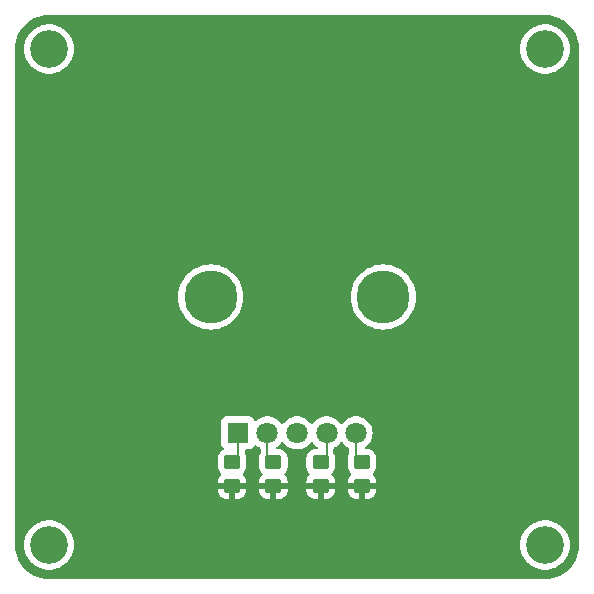
<source format=gbr>
%TF.GenerationSoftware,KiCad,Pcbnew,7.0.7*%
%TF.CreationDate,2024-01-26T16:40:15-05:00*%
%TF.ProjectId,midi-controller_encoder,6d696469-2d63-46f6-9e74-726f6c6c6572,rev?*%
%TF.SameCoordinates,Original*%
%TF.FileFunction,Copper,L1,Top*%
%TF.FilePolarity,Positive*%
%FSLAX46Y46*%
G04 Gerber Fmt 4.6, Leading zero omitted, Abs format (unit mm)*
G04 Created by KiCad (PCBNEW 7.0.7) date 2024-01-26 16:40:15*
%MOMM*%
%LPD*%
G01*
G04 APERTURE LIST*
G04 Aperture macros list*
%AMRoundRect*
0 Rectangle with rounded corners*
0 $1 Rounding radius*
0 $2 $3 $4 $5 $6 $7 $8 $9 X,Y pos of 4 corners*
0 Add a 4 corners polygon primitive as box body*
4,1,4,$2,$3,$4,$5,$6,$7,$8,$9,$2,$3,0*
0 Add four circle primitives for the rounded corners*
1,1,$1+$1,$2,$3*
1,1,$1+$1,$4,$5*
1,1,$1+$1,$6,$7*
1,1,$1+$1,$8,$9*
0 Add four rect primitives between the rounded corners*
20,1,$1+$1,$2,$3,$4,$5,0*
20,1,$1+$1,$4,$5,$6,$7,0*
20,1,$1+$1,$6,$7,$8,$9,0*
20,1,$1+$1,$8,$9,$2,$3,0*%
G04 Aperture macros list end*
%TA.AperFunction,ComponentPad*%
%ADD10C,3.200000*%
%TD*%
%TA.AperFunction,ComponentPad*%
%ADD11R,1.800000X1.800000*%
%TD*%
%TA.AperFunction,ComponentPad*%
%ADD12C,1.800000*%
%TD*%
%TA.AperFunction,ComponentPad*%
%ADD13C,4.500000*%
%TD*%
%TA.AperFunction,SMDPad,CuDef*%
%ADD14RoundRect,0.250000X0.450000X-0.350000X0.450000X0.350000X-0.450000X0.350000X-0.450000X-0.350000X0*%
%TD*%
%TA.AperFunction,ViaPad*%
%ADD15C,0.508000*%
%TD*%
%TA.AperFunction,Conductor*%
%ADD16C,0.152400*%
%TD*%
G04 APERTURE END LIST*
D10*
%TO.P,H4,MP,MP*%
%TO.N,unconnected-(H4-PadMP)*%
X162000000Y-114100000D03*
%TD*%
D11*
%TO.P,SW1,1,P1*%
%TO.N,/ENC_0*%
X136000000Y-104600000D03*
D12*
%TO.P,SW1,2,P2*%
%TO.N,/ENC_1*%
X138500000Y-104600000D03*
%TO.P,SW1,3,GND*%
%TO.N,GND*%
X141000000Y-104600000D03*
%TO.P,SW1,4,P3*%
%TO.N,/ENC_2*%
X143500000Y-104600000D03*
%TO.P,SW1,5,P4*%
%TO.N,/ENC_3*%
X146000000Y-104600000D03*
D13*
%TO.P,SW1,MP,MP*%
%TO.N,GND*%
X133700000Y-93100000D03*
X148300000Y-93100000D03*
%TD*%
D14*
%TO.P,R2,1*%
%TO.N,+3.3V*%
X139000000Y-109100000D03*
%TO.P,R2,2*%
%TO.N,/ENC_1*%
X139000000Y-107100000D03*
%TD*%
%TO.P,R4,1*%
%TO.N,+3.3V*%
X146500000Y-109100000D03*
%TO.P,R4,2*%
%TO.N,/ENC_3*%
X146500000Y-107100000D03*
%TD*%
%TO.P,R1,1*%
%TO.N,+3.3V*%
X135500000Y-109100000D03*
%TO.P,R1,2*%
%TO.N,/ENC_0*%
X135500000Y-107100000D03*
%TD*%
D10*
%TO.P,H2,MP,MP*%
%TO.N,unconnected-(H2-PadMP)*%
X162000000Y-72100000D03*
%TD*%
D14*
%TO.P,R3,1*%
%TO.N,+3.3V*%
X143000000Y-109100000D03*
%TO.P,R3,2*%
%TO.N,/ENC_2*%
X143000000Y-107100000D03*
%TD*%
D10*
%TO.P,H3,MP,MP*%
%TO.N,unconnected-(H3-PadMP)*%
X120000000Y-114100000D03*
%TD*%
%TO.P,H1,MP,MP*%
%TO.N,unconnected-(H1-PadMP)*%
X120000000Y-72100000D03*
%TD*%
D15*
%TO.N,+3.3V*%
X142143000Y-77148000D03*
%TD*%
D16*
%TO.N,/ENC_0*%
X135500000Y-107100000D02*
X136000000Y-106600000D01*
X136000000Y-106600000D02*
X136000000Y-104600000D01*
%TO.N,/ENC_1*%
X138500000Y-106600000D02*
X138500000Y-104600000D01*
X139000000Y-107100000D02*
X138500000Y-106600000D01*
%TO.N,/ENC_2*%
X143000000Y-107100000D02*
X143500000Y-106600000D01*
X143500000Y-106600000D02*
X143500000Y-104600000D01*
%TO.N,/ENC_3*%
X146500000Y-107100000D02*
X146000000Y-106600000D01*
X146000000Y-106600000D02*
X146000000Y-104600000D01*
%TD*%
%TA.AperFunction,Conductor*%
%TO.N,+3.3V*%
G36*
X162001735Y-69227598D02*
G01*
X162159773Y-69236472D01*
X162318147Y-69245367D01*
X162325041Y-69246143D01*
X162635758Y-69298936D01*
X162642533Y-69300483D01*
X162945386Y-69387732D01*
X162951946Y-69390029D01*
X163080376Y-69443226D01*
X163243122Y-69510637D01*
X163249370Y-69513647D01*
X163445994Y-69622317D01*
X163525211Y-69666099D01*
X163531103Y-69669801D01*
X163788131Y-69852172D01*
X163793571Y-69856510D01*
X164028565Y-70066514D01*
X164033485Y-70071434D01*
X164243489Y-70306428D01*
X164247827Y-70311868D01*
X164430198Y-70568896D01*
X164433900Y-70574788D01*
X164586348Y-70850620D01*
X164589367Y-70856889D01*
X164709970Y-71148053D01*
X164712269Y-71154620D01*
X164799515Y-71457461D01*
X164801063Y-71464244D01*
X164853854Y-71774946D01*
X164854633Y-71781860D01*
X164872402Y-72098264D01*
X164872500Y-72101741D01*
X164872500Y-114098258D01*
X164872402Y-114101735D01*
X164854633Y-114418139D01*
X164853854Y-114425053D01*
X164801063Y-114735755D01*
X164799515Y-114742538D01*
X164712269Y-115045379D01*
X164709970Y-115051946D01*
X164589367Y-115343110D01*
X164586348Y-115349379D01*
X164433900Y-115625211D01*
X164430198Y-115631103D01*
X164247827Y-115888131D01*
X164243489Y-115893571D01*
X164033485Y-116128565D01*
X164028565Y-116133485D01*
X163793571Y-116343489D01*
X163788131Y-116347827D01*
X163531103Y-116530198D01*
X163525211Y-116533900D01*
X163249379Y-116686348D01*
X163243110Y-116689367D01*
X162951946Y-116809970D01*
X162945379Y-116812269D01*
X162642538Y-116899515D01*
X162635755Y-116901063D01*
X162325053Y-116953854D01*
X162318139Y-116954633D01*
X162001735Y-116972402D01*
X161998258Y-116972500D01*
X120001742Y-116972500D01*
X119998265Y-116972402D01*
X119681860Y-116954633D01*
X119674946Y-116953854D01*
X119364244Y-116901063D01*
X119357461Y-116899515D01*
X119054620Y-116812269D01*
X119048053Y-116809970D01*
X118802502Y-116708260D01*
X118756885Y-116689365D01*
X118750620Y-116686348D01*
X118474788Y-116533900D01*
X118468896Y-116530198D01*
X118211868Y-116347827D01*
X118206428Y-116343489D01*
X117971434Y-116133485D01*
X117966514Y-116128565D01*
X117756510Y-115893571D01*
X117752172Y-115888131D01*
X117569801Y-115631103D01*
X117566099Y-115625211D01*
X117508948Y-115521804D01*
X117413647Y-115349370D01*
X117410637Y-115343122D01*
X117343226Y-115180376D01*
X117290029Y-115051946D01*
X117287730Y-115045379D01*
X117257023Y-114938793D01*
X117200483Y-114742533D01*
X117198936Y-114735755D01*
X117187430Y-114668034D01*
X117146143Y-114425041D01*
X117145367Y-114418147D01*
X117136472Y-114259773D01*
X117127598Y-114101735D01*
X117127549Y-114099999D01*
X117894592Y-114099999D01*
X117914201Y-114386680D01*
X117972666Y-114668034D01*
X117972667Y-114668037D01*
X118068894Y-114938793D01*
X118068893Y-114938793D01*
X118201098Y-115193935D01*
X118366812Y-115428700D01*
X118451923Y-115519831D01*
X118562947Y-115638708D01*
X118785853Y-115820055D01*
X118906744Y-115893571D01*
X119031382Y-115969365D01*
X119218237Y-116050526D01*
X119294942Y-116083844D01*
X119571642Y-116161371D01*
X119821920Y-116195771D01*
X119856321Y-116200500D01*
X119856322Y-116200500D01*
X120143679Y-116200500D01*
X120174370Y-116196281D01*
X120428358Y-116161371D01*
X120705058Y-116083844D01*
X120818015Y-116034779D01*
X120968617Y-115969365D01*
X120968620Y-115969363D01*
X120968625Y-115969361D01*
X121214147Y-115820055D01*
X121437053Y-115638708D01*
X121633189Y-115428698D01*
X121798901Y-115193936D01*
X121931104Y-114938797D01*
X122027334Y-114668032D01*
X122085798Y-114386686D01*
X122105408Y-114100000D01*
X159894592Y-114100000D01*
X159914201Y-114386680D01*
X159972666Y-114668034D01*
X159972667Y-114668037D01*
X160068894Y-114938793D01*
X160068893Y-114938793D01*
X160201098Y-115193935D01*
X160366812Y-115428700D01*
X160451923Y-115519831D01*
X160562947Y-115638708D01*
X160785853Y-115820055D01*
X160906744Y-115893571D01*
X161031382Y-115969365D01*
X161218237Y-116050526D01*
X161294942Y-116083844D01*
X161571642Y-116161371D01*
X161821920Y-116195771D01*
X161856321Y-116200500D01*
X161856322Y-116200500D01*
X162143679Y-116200500D01*
X162174370Y-116196281D01*
X162428358Y-116161371D01*
X162705058Y-116083844D01*
X162818015Y-116034779D01*
X162968617Y-115969365D01*
X162968620Y-115969363D01*
X162968625Y-115969361D01*
X163214147Y-115820055D01*
X163437053Y-115638708D01*
X163633189Y-115428698D01*
X163798901Y-115193936D01*
X163931104Y-114938797D01*
X164027334Y-114668032D01*
X164085798Y-114386686D01*
X164105408Y-114100000D01*
X164085798Y-113813314D01*
X164027334Y-113531968D01*
X163931105Y-113261206D01*
X163931106Y-113261206D01*
X163798901Y-113006064D01*
X163633187Y-112771299D01*
X163554554Y-112687104D01*
X163437053Y-112561292D01*
X163214147Y-112379945D01*
X163214146Y-112379944D01*
X162968617Y-112230634D01*
X162705063Y-112116158D01*
X162705061Y-112116157D01*
X162705058Y-112116156D01*
X162575578Y-112079877D01*
X162428364Y-112038630D01*
X162428359Y-112038629D01*
X162428358Y-112038629D01*
X162286017Y-112019064D01*
X162143679Y-111999500D01*
X162143678Y-111999500D01*
X161856322Y-111999500D01*
X161856321Y-111999500D01*
X161571642Y-112038629D01*
X161571635Y-112038630D01*
X161363861Y-112096845D01*
X161294942Y-112116156D01*
X161294939Y-112116156D01*
X161294936Y-112116158D01*
X161294935Y-112116158D01*
X161031382Y-112230634D01*
X160785853Y-112379944D01*
X160562950Y-112561289D01*
X160366812Y-112771299D01*
X160201098Y-113006064D01*
X160068894Y-113261206D01*
X159972667Y-113531962D01*
X159972666Y-113531965D01*
X159914201Y-113813319D01*
X159894592Y-114100000D01*
X122105408Y-114100000D01*
X122085798Y-113813314D01*
X122027334Y-113531968D01*
X121931105Y-113261206D01*
X121931106Y-113261206D01*
X121798901Y-113006064D01*
X121633187Y-112771299D01*
X121554554Y-112687105D01*
X121437053Y-112561292D01*
X121214147Y-112379945D01*
X121214146Y-112379944D01*
X120968617Y-112230634D01*
X120705063Y-112116158D01*
X120705061Y-112116157D01*
X120705058Y-112116156D01*
X120575578Y-112079877D01*
X120428364Y-112038630D01*
X120428359Y-112038629D01*
X120428358Y-112038629D01*
X120286017Y-112019064D01*
X120143679Y-111999500D01*
X120143678Y-111999500D01*
X119856322Y-111999500D01*
X119856321Y-111999500D01*
X119571642Y-112038629D01*
X119571635Y-112038630D01*
X119363861Y-112096845D01*
X119294942Y-112116156D01*
X119294939Y-112116156D01*
X119294936Y-112116158D01*
X119294935Y-112116158D01*
X119031382Y-112230634D01*
X118785853Y-112379944D01*
X118562950Y-112561289D01*
X118366812Y-112771299D01*
X118201098Y-113006064D01*
X118068894Y-113261206D01*
X117972667Y-113531962D01*
X117972666Y-113531965D01*
X117914201Y-113813319D01*
X117894592Y-114099999D01*
X117127549Y-114099999D01*
X117127500Y-114098258D01*
X117127500Y-109350000D01*
X134300001Y-109350000D01*
X134300001Y-109499986D01*
X134310494Y-109602697D01*
X134365641Y-109769119D01*
X134365643Y-109769124D01*
X134457684Y-109918345D01*
X134581654Y-110042315D01*
X134730875Y-110134356D01*
X134730880Y-110134358D01*
X134897302Y-110189505D01*
X134897309Y-110189506D01*
X135000019Y-110199999D01*
X135249999Y-110199999D01*
X135250000Y-110199998D01*
X135250000Y-109350000D01*
X135750000Y-109350000D01*
X135750000Y-110199999D01*
X135999972Y-110199999D01*
X135999986Y-110199998D01*
X136102697Y-110189505D01*
X136269119Y-110134358D01*
X136269124Y-110134356D01*
X136418345Y-110042315D01*
X136542315Y-109918345D01*
X136634356Y-109769124D01*
X136634358Y-109769119D01*
X136689505Y-109602697D01*
X136689506Y-109602690D01*
X136699999Y-109499986D01*
X136700000Y-109499973D01*
X136700000Y-109350000D01*
X137800001Y-109350000D01*
X137800001Y-109499986D01*
X137810494Y-109602697D01*
X137865641Y-109769119D01*
X137865643Y-109769124D01*
X137957684Y-109918345D01*
X138081654Y-110042315D01*
X138230875Y-110134356D01*
X138230880Y-110134358D01*
X138397302Y-110189505D01*
X138397309Y-110189506D01*
X138500019Y-110199999D01*
X138749999Y-110199999D01*
X138750000Y-110199998D01*
X138750000Y-109350000D01*
X139250000Y-109350000D01*
X139250000Y-110199999D01*
X139499972Y-110199999D01*
X139499986Y-110199998D01*
X139602697Y-110189505D01*
X139769119Y-110134358D01*
X139769124Y-110134356D01*
X139918345Y-110042315D01*
X140042315Y-109918345D01*
X140134356Y-109769124D01*
X140134358Y-109769119D01*
X140189505Y-109602697D01*
X140189506Y-109602690D01*
X140199999Y-109499986D01*
X140200000Y-109499973D01*
X140200000Y-109350000D01*
X141800001Y-109350000D01*
X141800001Y-109499986D01*
X141810494Y-109602697D01*
X141865641Y-109769119D01*
X141865643Y-109769124D01*
X141957684Y-109918345D01*
X142081654Y-110042315D01*
X142230875Y-110134356D01*
X142230880Y-110134358D01*
X142397302Y-110189505D01*
X142397309Y-110189506D01*
X142500019Y-110199999D01*
X142749999Y-110199999D01*
X142750000Y-110199998D01*
X142750000Y-109350000D01*
X143250000Y-109350000D01*
X143250000Y-110199999D01*
X143499972Y-110199999D01*
X143499986Y-110199998D01*
X143602697Y-110189505D01*
X143769119Y-110134358D01*
X143769124Y-110134356D01*
X143918345Y-110042315D01*
X144042315Y-109918345D01*
X144134356Y-109769124D01*
X144134358Y-109769119D01*
X144189505Y-109602697D01*
X144189506Y-109602690D01*
X144199999Y-109499986D01*
X144200000Y-109499973D01*
X144200000Y-109350000D01*
X145300001Y-109350000D01*
X145300001Y-109499986D01*
X145310494Y-109602697D01*
X145365641Y-109769119D01*
X145365643Y-109769124D01*
X145457684Y-109918345D01*
X145581654Y-110042315D01*
X145730875Y-110134356D01*
X145730880Y-110134358D01*
X145897302Y-110189505D01*
X145897309Y-110189506D01*
X146000019Y-110199999D01*
X146249999Y-110199999D01*
X146250000Y-110199998D01*
X146250000Y-109350000D01*
X146750000Y-109350000D01*
X146750000Y-110199999D01*
X146999972Y-110199999D01*
X146999986Y-110199998D01*
X147102697Y-110189505D01*
X147269119Y-110134358D01*
X147269124Y-110134356D01*
X147418345Y-110042315D01*
X147542315Y-109918345D01*
X147634356Y-109769124D01*
X147634358Y-109769119D01*
X147689505Y-109602697D01*
X147689506Y-109602690D01*
X147699999Y-109499986D01*
X147700000Y-109499973D01*
X147700000Y-109350000D01*
X146750000Y-109350000D01*
X146250000Y-109350000D01*
X145300001Y-109350000D01*
X144200000Y-109350000D01*
X143250000Y-109350000D01*
X142750000Y-109350000D01*
X141800001Y-109350000D01*
X140200000Y-109350000D01*
X139250000Y-109350000D01*
X138750000Y-109350000D01*
X137800001Y-109350000D01*
X136700000Y-109350000D01*
X135750000Y-109350000D01*
X135250000Y-109350000D01*
X134300001Y-109350000D01*
X117127500Y-109350000D01*
X117127500Y-107500001D01*
X134299500Y-107500001D01*
X134299501Y-107500019D01*
X134310000Y-107602796D01*
X134310001Y-107602799D01*
X134365185Y-107769331D01*
X134365187Y-107769336D01*
X134457289Y-107918657D01*
X134551304Y-108012672D01*
X134584789Y-108073995D01*
X134579805Y-108143687D01*
X134551305Y-108188034D01*
X134457682Y-108281657D01*
X134365643Y-108430875D01*
X134365641Y-108430880D01*
X134310494Y-108597302D01*
X134310493Y-108597309D01*
X134300000Y-108700013D01*
X134300000Y-108850000D01*
X136699999Y-108850000D01*
X136699999Y-108700028D01*
X136699998Y-108700013D01*
X136689505Y-108597302D01*
X136634358Y-108430880D01*
X136634356Y-108430875D01*
X136542315Y-108281654D01*
X136448695Y-108188034D01*
X136415210Y-108126711D01*
X136420194Y-108057019D01*
X136448691Y-108012676D01*
X136542712Y-107918656D01*
X136634814Y-107769334D01*
X136689999Y-107602797D01*
X136700500Y-107500009D01*
X136700499Y-106699992D01*
X136689999Y-106597203D01*
X136634814Y-106430666D01*
X136595161Y-106366377D01*
X136576700Y-106301281D01*
X136576700Y-106124499D01*
X136596385Y-106057460D01*
X136649189Y-106011705D01*
X136700700Y-106000499D01*
X136947871Y-106000499D01*
X136947872Y-106000499D01*
X137007483Y-105994091D01*
X137142331Y-105943796D01*
X137257546Y-105857546D01*
X137343796Y-105742331D01*
X137362092Y-105693274D01*
X137403961Y-105637342D01*
X137469425Y-105612924D01*
X137537699Y-105627775D01*
X137554436Y-105638755D01*
X137731365Y-105776464D01*
X137731372Y-105776468D01*
X137731374Y-105776470D01*
X137838340Y-105834357D01*
X137858317Y-105845168D01*
X137907908Y-105894387D01*
X137923300Y-105954223D01*
X137923300Y-106301281D01*
X137904839Y-106366377D01*
X137865189Y-106430659D01*
X137865185Y-106430666D01*
X137865186Y-106430666D01*
X137810001Y-106597203D01*
X137810001Y-106597204D01*
X137810000Y-106597204D01*
X137799500Y-106699983D01*
X137799500Y-107500001D01*
X137799501Y-107500019D01*
X137810000Y-107602796D01*
X137810001Y-107602799D01*
X137865185Y-107769331D01*
X137865187Y-107769336D01*
X137957289Y-107918657D01*
X138051304Y-108012672D01*
X138084789Y-108073995D01*
X138079805Y-108143687D01*
X138051305Y-108188034D01*
X137957682Y-108281657D01*
X137865643Y-108430875D01*
X137865641Y-108430880D01*
X137810494Y-108597302D01*
X137810493Y-108597309D01*
X137800000Y-108700013D01*
X137800000Y-108850000D01*
X140199999Y-108850000D01*
X140199999Y-108700028D01*
X140199998Y-108700013D01*
X140189505Y-108597302D01*
X140134358Y-108430880D01*
X140134356Y-108430875D01*
X140042315Y-108281654D01*
X139948695Y-108188034D01*
X139915210Y-108126711D01*
X139920194Y-108057019D01*
X139948691Y-108012676D01*
X140042712Y-107918656D01*
X140134814Y-107769334D01*
X140189999Y-107602797D01*
X140200500Y-107500009D01*
X140200499Y-106699992D01*
X140189999Y-106597203D01*
X140134814Y-106430666D01*
X140042712Y-106281344D01*
X139918656Y-106157288D01*
X139769334Y-106065186D01*
X139602797Y-106010001D01*
X139602795Y-106010000D01*
X139500016Y-105999500D01*
X139500009Y-105999500D01*
X139343277Y-105999500D01*
X139276238Y-105979815D01*
X139230483Y-105927011D01*
X139220539Y-105857853D01*
X139249564Y-105794297D01*
X139267115Y-105777646D01*
X139268626Y-105776470D01*
X139451784Y-105633913D01*
X139608979Y-105463153D01*
X139646191Y-105406194D01*
X139699335Y-105360839D01*
X139768566Y-105351415D01*
X139831902Y-105380916D01*
X139853807Y-105406195D01*
X139891015Y-105463145D01*
X139891017Y-105463147D01*
X139891021Y-105463153D01*
X140048216Y-105633913D01*
X140048219Y-105633915D01*
X140048222Y-105633918D01*
X140231365Y-105776464D01*
X140231371Y-105776468D01*
X140231374Y-105776470D01*
X140435497Y-105886936D01*
X140549487Y-105926068D01*
X140655015Y-105962297D01*
X140655017Y-105962297D01*
X140655019Y-105962298D01*
X140883951Y-106000500D01*
X140883952Y-106000500D01*
X141116048Y-106000500D01*
X141116049Y-106000500D01*
X141344981Y-105962298D01*
X141564503Y-105886936D01*
X141768626Y-105776470D01*
X141951784Y-105633913D01*
X142108979Y-105463153D01*
X142146190Y-105406196D01*
X142199337Y-105360839D01*
X142268569Y-105351415D01*
X142331904Y-105380917D01*
X142353809Y-105406196D01*
X142391016Y-105463147D01*
X142391019Y-105463151D01*
X142391021Y-105463153D01*
X142548216Y-105633913D01*
X142731374Y-105776470D01*
X142732885Y-105777646D01*
X142773698Y-105834357D01*
X142777373Y-105904130D01*
X142742741Y-105964813D01*
X142680800Y-105997140D01*
X142656724Y-105999500D01*
X142499999Y-105999500D01*
X142499980Y-105999501D01*
X142397203Y-106010000D01*
X142397200Y-106010001D01*
X142230668Y-106065185D01*
X142230663Y-106065187D01*
X142081342Y-106157289D01*
X141957289Y-106281342D01*
X141865187Y-106430663D01*
X141865185Y-106430666D01*
X141865186Y-106430666D01*
X141810001Y-106597203D01*
X141810001Y-106597204D01*
X141810000Y-106597204D01*
X141799500Y-106699983D01*
X141799500Y-107500001D01*
X141799501Y-107500019D01*
X141810000Y-107602796D01*
X141810001Y-107602799D01*
X141865185Y-107769331D01*
X141865187Y-107769336D01*
X141957289Y-107918657D01*
X142051304Y-108012672D01*
X142084789Y-108073995D01*
X142079805Y-108143687D01*
X142051305Y-108188034D01*
X141957682Y-108281657D01*
X141865643Y-108430875D01*
X141865641Y-108430880D01*
X141810494Y-108597302D01*
X141810493Y-108597309D01*
X141800000Y-108700013D01*
X141800000Y-108850000D01*
X144199999Y-108850000D01*
X144199999Y-108700028D01*
X144199998Y-108700013D01*
X144189505Y-108597302D01*
X144134358Y-108430880D01*
X144134356Y-108430875D01*
X144042315Y-108281654D01*
X143948695Y-108188034D01*
X143915210Y-108126711D01*
X143920194Y-108057019D01*
X143948691Y-108012676D01*
X144042712Y-107918656D01*
X144134814Y-107769334D01*
X144189999Y-107602797D01*
X144200500Y-107500009D01*
X144200499Y-106699992D01*
X144189999Y-106597203D01*
X144134814Y-106430666D01*
X144095161Y-106366377D01*
X144076700Y-106301281D01*
X144076700Y-105954223D01*
X144096385Y-105887184D01*
X144141683Y-105845168D01*
X144161660Y-105834357D01*
X144268626Y-105776470D01*
X144451784Y-105633913D01*
X144608979Y-105463153D01*
X144646190Y-105406196D01*
X144699337Y-105360839D01*
X144768569Y-105351415D01*
X144831904Y-105380917D01*
X144853809Y-105406196D01*
X144891016Y-105463147D01*
X144891019Y-105463151D01*
X144891021Y-105463153D01*
X145048216Y-105633913D01*
X145048219Y-105633915D01*
X145048222Y-105633918D01*
X145231365Y-105776464D01*
X145231372Y-105776468D01*
X145231374Y-105776470D01*
X145338340Y-105834357D01*
X145358317Y-105845168D01*
X145407908Y-105894387D01*
X145423300Y-105954223D01*
X145423300Y-106301281D01*
X145404839Y-106366377D01*
X145365189Y-106430659D01*
X145365185Y-106430666D01*
X145365186Y-106430666D01*
X145310001Y-106597203D01*
X145310001Y-106597204D01*
X145310000Y-106597204D01*
X145299500Y-106699983D01*
X145299500Y-107500001D01*
X145299501Y-107500019D01*
X145310000Y-107602796D01*
X145310001Y-107602799D01*
X145365185Y-107769331D01*
X145365187Y-107769336D01*
X145457289Y-107918657D01*
X145551304Y-108012672D01*
X145584789Y-108073995D01*
X145579805Y-108143687D01*
X145551305Y-108188034D01*
X145457682Y-108281657D01*
X145365643Y-108430875D01*
X145365641Y-108430880D01*
X145310494Y-108597302D01*
X145310493Y-108597309D01*
X145300000Y-108700013D01*
X145300000Y-108850000D01*
X147699999Y-108850000D01*
X147699999Y-108700028D01*
X147699998Y-108700013D01*
X147689505Y-108597302D01*
X147634358Y-108430880D01*
X147634356Y-108430875D01*
X147542315Y-108281654D01*
X147448695Y-108188034D01*
X147415210Y-108126711D01*
X147420194Y-108057019D01*
X147448691Y-108012676D01*
X147542712Y-107918656D01*
X147634814Y-107769334D01*
X147689999Y-107602797D01*
X147700500Y-107500009D01*
X147700499Y-106699992D01*
X147689999Y-106597203D01*
X147634814Y-106430666D01*
X147542712Y-106281344D01*
X147418656Y-106157288D01*
X147269334Y-106065186D01*
X147102797Y-106010001D01*
X147102795Y-106010000D01*
X147000016Y-105999500D01*
X147000009Y-105999500D01*
X146843277Y-105999500D01*
X146776238Y-105979815D01*
X146730483Y-105927011D01*
X146720539Y-105857853D01*
X146749564Y-105794297D01*
X146767115Y-105777646D01*
X146768626Y-105776470D01*
X146951784Y-105633913D01*
X147108979Y-105463153D01*
X147235924Y-105268849D01*
X147329157Y-105056300D01*
X147386134Y-104831305D01*
X147405300Y-104600000D01*
X147405300Y-104599993D01*
X147386135Y-104368702D01*
X147386133Y-104368691D01*
X147329157Y-104143699D01*
X147235924Y-103931151D01*
X147108983Y-103736852D01*
X147108980Y-103736849D01*
X147108979Y-103736847D01*
X146951784Y-103566087D01*
X146951779Y-103566083D01*
X146951777Y-103566081D01*
X146768634Y-103423535D01*
X146768628Y-103423531D01*
X146564504Y-103313064D01*
X146564495Y-103313061D01*
X146344984Y-103237702D01*
X146154450Y-103205908D01*
X146116049Y-103199500D01*
X145883951Y-103199500D01*
X145845550Y-103205908D01*
X145655015Y-103237702D01*
X145435504Y-103313061D01*
X145435495Y-103313064D01*
X145231371Y-103423531D01*
X145231365Y-103423535D01*
X145048222Y-103566081D01*
X145048219Y-103566084D01*
X145048216Y-103566086D01*
X145048216Y-103566087D01*
X144900500Y-103726551D01*
X144891015Y-103736854D01*
X144853808Y-103793804D01*
X144800662Y-103839161D01*
X144731430Y-103848584D01*
X144668095Y-103819082D01*
X144646192Y-103793804D01*
X144608984Y-103736854D01*
X144608982Y-103736852D01*
X144608979Y-103736847D01*
X144451784Y-103566087D01*
X144451779Y-103566083D01*
X144451777Y-103566081D01*
X144268634Y-103423535D01*
X144268628Y-103423531D01*
X144064504Y-103313064D01*
X144064495Y-103313061D01*
X143844984Y-103237702D01*
X143654450Y-103205908D01*
X143616049Y-103199500D01*
X143383951Y-103199500D01*
X143345550Y-103205908D01*
X143155015Y-103237702D01*
X142935504Y-103313061D01*
X142935495Y-103313064D01*
X142731371Y-103423531D01*
X142731365Y-103423535D01*
X142548222Y-103566081D01*
X142548219Y-103566084D01*
X142548216Y-103566086D01*
X142548216Y-103566087D01*
X142400500Y-103726551D01*
X142391015Y-103736854D01*
X142353808Y-103793804D01*
X142300662Y-103839161D01*
X142231430Y-103848584D01*
X142168095Y-103819082D01*
X142146192Y-103793804D01*
X142108984Y-103736854D01*
X142108982Y-103736852D01*
X142108979Y-103736847D01*
X141951784Y-103566087D01*
X141951779Y-103566083D01*
X141951777Y-103566081D01*
X141768634Y-103423535D01*
X141768628Y-103423531D01*
X141564504Y-103313064D01*
X141564495Y-103313061D01*
X141344984Y-103237702D01*
X141154450Y-103205908D01*
X141116049Y-103199500D01*
X140883951Y-103199500D01*
X140845550Y-103205908D01*
X140655015Y-103237702D01*
X140435504Y-103313061D01*
X140435495Y-103313064D01*
X140231371Y-103423531D01*
X140231365Y-103423535D01*
X140048222Y-103566081D01*
X140048219Y-103566084D01*
X140048216Y-103566086D01*
X140048216Y-103566087D01*
X139900500Y-103726551D01*
X139891015Y-103736854D01*
X139853808Y-103793804D01*
X139800662Y-103839161D01*
X139731430Y-103848584D01*
X139668095Y-103819082D01*
X139646192Y-103793804D01*
X139608984Y-103736854D01*
X139608982Y-103736852D01*
X139608979Y-103736847D01*
X139451784Y-103566087D01*
X139451779Y-103566083D01*
X139451777Y-103566081D01*
X139268634Y-103423535D01*
X139268628Y-103423531D01*
X139064504Y-103313064D01*
X139064495Y-103313061D01*
X138844984Y-103237702D01*
X138654450Y-103205908D01*
X138616049Y-103199500D01*
X138383951Y-103199500D01*
X138345550Y-103205908D01*
X138155015Y-103237702D01*
X137935504Y-103313061D01*
X137935495Y-103313064D01*
X137731372Y-103423531D01*
X137554436Y-103561245D01*
X137489442Y-103586887D01*
X137420902Y-103573320D01*
X137370577Y-103524852D01*
X137362092Y-103506723D01*
X137343798Y-103457673D01*
X137343793Y-103457664D01*
X137257547Y-103342455D01*
X137257544Y-103342452D01*
X137142335Y-103256206D01*
X137142328Y-103256202D01*
X137007482Y-103205908D01*
X137007483Y-103205908D01*
X136947883Y-103199501D01*
X136947881Y-103199500D01*
X136947873Y-103199500D01*
X136947864Y-103199500D01*
X135052129Y-103199500D01*
X135052123Y-103199501D01*
X134992516Y-103205908D01*
X134857671Y-103256202D01*
X134857664Y-103256206D01*
X134742455Y-103342452D01*
X134742452Y-103342455D01*
X134656206Y-103457664D01*
X134656202Y-103457671D01*
X134605908Y-103592517D01*
X134599501Y-103652116D01*
X134599500Y-103652135D01*
X134599500Y-105547870D01*
X134599501Y-105547876D01*
X134605908Y-105607483D01*
X134656202Y-105742328D01*
X134656206Y-105742335D01*
X134742452Y-105857544D01*
X134742454Y-105857546D01*
X134743369Y-105858231D01*
X134744053Y-105859145D01*
X134748725Y-105863817D01*
X134748053Y-105864488D01*
X134785239Y-105914165D01*
X134790222Y-105983857D01*
X134756735Y-106045179D01*
X134734153Y-106063035D01*
X134581342Y-106157289D01*
X134457289Y-106281342D01*
X134365187Y-106430663D01*
X134365185Y-106430666D01*
X134365186Y-106430666D01*
X134310001Y-106597203D01*
X134310001Y-106597204D01*
X134310000Y-106597204D01*
X134299500Y-106699983D01*
X134299500Y-107500001D01*
X117127500Y-107500001D01*
X117127500Y-93099999D01*
X130944473Y-93099999D01*
X130964563Y-93432136D01*
X130964563Y-93432141D01*
X130964564Y-93432142D01*
X131024544Y-93759441D01*
X131024545Y-93759445D01*
X131024546Y-93759449D01*
X131123530Y-94077104D01*
X131123534Y-94077116D01*
X131123537Y-94077123D01*
X131260102Y-94380557D01*
X131432246Y-94665318D01*
X131432251Y-94665326D01*
X131637460Y-94927255D01*
X131872744Y-95162539D01*
X132134673Y-95367748D01*
X132134678Y-95367751D01*
X132134682Y-95367754D01*
X132419443Y-95539898D01*
X132722877Y-95676463D01*
X132722890Y-95676467D01*
X132722895Y-95676469D01*
X132934664Y-95742458D01*
X133040559Y-95775456D01*
X133367858Y-95835436D01*
X133700000Y-95855527D01*
X134032142Y-95835436D01*
X134359441Y-95775456D01*
X134677123Y-95676463D01*
X134980557Y-95539898D01*
X135265318Y-95367754D01*
X135527252Y-95162542D01*
X135762542Y-94927252D01*
X135967754Y-94665318D01*
X136139898Y-94380557D01*
X136276463Y-94077123D01*
X136375456Y-93759441D01*
X136435436Y-93432142D01*
X136455527Y-93100000D01*
X136455527Y-93099999D01*
X145544473Y-93099999D01*
X145564563Y-93432136D01*
X145564563Y-93432141D01*
X145564564Y-93432142D01*
X145624544Y-93759441D01*
X145624545Y-93759445D01*
X145624546Y-93759449D01*
X145723530Y-94077104D01*
X145723534Y-94077116D01*
X145723537Y-94077123D01*
X145860102Y-94380557D01*
X146032246Y-94665318D01*
X146032251Y-94665326D01*
X146237460Y-94927255D01*
X146472744Y-95162539D01*
X146734673Y-95367748D01*
X146734678Y-95367751D01*
X146734682Y-95367754D01*
X147019443Y-95539898D01*
X147322877Y-95676463D01*
X147322890Y-95676467D01*
X147322895Y-95676469D01*
X147534664Y-95742458D01*
X147640559Y-95775456D01*
X147967858Y-95835436D01*
X148300000Y-95855527D01*
X148632142Y-95835436D01*
X148959441Y-95775456D01*
X149277123Y-95676463D01*
X149580557Y-95539898D01*
X149865318Y-95367754D01*
X150127252Y-95162542D01*
X150362542Y-94927252D01*
X150567754Y-94665318D01*
X150739898Y-94380557D01*
X150876463Y-94077123D01*
X150975456Y-93759441D01*
X151035436Y-93432142D01*
X151055527Y-93100000D01*
X151035436Y-92767858D01*
X150975456Y-92440559D01*
X150876463Y-92122877D01*
X150739898Y-91819443D01*
X150567754Y-91534682D01*
X150567751Y-91534678D01*
X150567748Y-91534673D01*
X150362539Y-91272744D01*
X150127255Y-91037460D01*
X149865326Y-90832251D01*
X149865318Y-90832246D01*
X149580557Y-90660102D01*
X149277123Y-90523537D01*
X149277116Y-90523534D01*
X149277104Y-90523530D01*
X148959449Y-90424546D01*
X148959445Y-90424545D01*
X148959441Y-90424544D01*
X148632142Y-90364564D01*
X148632141Y-90364563D01*
X148632136Y-90364563D01*
X148328800Y-90346215D01*
X148300000Y-90344473D01*
X148299999Y-90344473D01*
X147967863Y-90364563D01*
X147967857Y-90364564D01*
X147967858Y-90364564D01*
X147640559Y-90424544D01*
X147640556Y-90424544D01*
X147640550Y-90424546D01*
X147322895Y-90523530D01*
X147322879Y-90523536D01*
X147322877Y-90523537D01*
X147129656Y-90610498D01*
X147019447Y-90660100D01*
X147019445Y-90660101D01*
X146734673Y-90832251D01*
X146472744Y-91037460D01*
X146237460Y-91272744D01*
X146032251Y-91534673D01*
X145860101Y-91819445D01*
X145860100Y-91819447D01*
X145723536Y-92122880D01*
X145723530Y-92122895D01*
X145624546Y-92440550D01*
X145564563Y-92767863D01*
X145544473Y-93099999D01*
X136455527Y-93099999D01*
X136435436Y-92767858D01*
X136375456Y-92440559D01*
X136276463Y-92122877D01*
X136139898Y-91819443D01*
X135967754Y-91534682D01*
X135967751Y-91534678D01*
X135967748Y-91534673D01*
X135762539Y-91272744D01*
X135527255Y-91037460D01*
X135265326Y-90832251D01*
X135265318Y-90832246D01*
X134980557Y-90660102D01*
X134677123Y-90523537D01*
X134677116Y-90523534D01*
X134677104Y-90523530D01*
X134359449Y-90424546D01*
X134359445Y-90424545D01*
X134359441Y-90424544D01*
X134032142Y-90364564D01*
X134032141Y-90364563D01*
X134032136Y-90364563D01*
X133700000Y-90344473D01*
X133367863Y-90364563D01*
X133367857Y-90364564D01*
X133367858Y-90364564D01*
X133040559Y-90424544D01*
X133040556Y-90424544D01*
X133040550Y-90424546D01*
X132722895Y-90523530D01*
X132722879Y-90523536D01*
X132722877Y-90523537D01*
X132529656Y-90610498D01*
X132419447Y-90660100D01*
X132419445Y-90660101D01*
X132134673Y-90832251D01*
X131872744Y-91037460D01*
X131637460Y-91272744D01*
X131432251Y-91534673D01*
X131260101Y-91819445D01*
X131260100Y-91819447D01*
X131123536Y-92122880D01*
X131123530Y-92122895D01*
X131024546Y-92440550D01*
X130964563Y-92767863D01*
X130944473Y-93099999D01*
X117127500Y-93099999D01*
X117127500Y-72101741D01*
X117127549Y-72100000D01*
X117894592Y-72100000D01*
X117914201Y-72386680D01*
X117972666Y-72668034D01*
X117972667Y-72668037D01*
X118068894Y-72938793D01*
X118068893Y-72938793D01*
X118201098Y-73193935D01*
X118366812Y-73428700D01*
X118451923Y-73519831D01*
X118562947Y-73638708D01*
X118785852Y-73820054D01*
X118785853Y-73820055D01*
X119031382Y-73969365D01*
X119218237Y-74050526D01*
X119294942Y-74083844D01*
X119571642Y-74161371D01*
X119821920Y-74195771D01*
X119856321Y-74200500D01*
X119856322Y-74200500D01*
X120143679Y-74200500D01*
X120174370Y-74196281D01*
X120428358Y-74161371D01*
X120705058Y-74083844D01*
X120818015Y-74034779D01*
X120968617Y-73969365D01*
X120968620Y-73969363D01*
X120968625Y-73969361D01*
X121214147Y-73820055D01*
X121437053Y-73638708D01*
X121633189Y-73428698D01*
X121798901Y-73193936D01*
X121931104Y-72938797D01*
X122027334Y-72668032D01*
X122085798Y-72386686D01*
X122105408Y-72100000D01*
X159894592Y-72100000D01*
X159914201Y-72386680D01*
X159972666Y-72668034D01*
X159972667Y-72668037D01*
X160068894Y-72938793D01*
X160068893Y-72938793D01*
X160201098Y-73193935D01*
X160366812Y-73428700D01*
X160451923Y-73519831D01*
X160562947Y-73638708D01*
X160785852Y-73820055D01*
X160785853Y-73820055D01*
X161031382Y-73969365D01*
X161218237Y-74050526D01*
X161294942Y-74083844D01*
X161571642Y-74161371D01*
X161821920Y-74195771D01*
X161856321Y-74200500D01*
X161856322Y-74200500D01*
X162143679Y-74200500D01*
X162174370Y-74196281D01*
X162428358Y-74161371D01*
X162705058Y-74083844D01*
X162818015Y-74034779D01*
X162968617Y-73969365D01*
X162968620Y-73969363D01*
X162968625Y-73969361D01*
X163214147Y-73820055D01*
X163437053Y-73638708D01*
X163633189Y-73428698D01*
X163798901Y-73193936D01*
X163931104Y-72938797D01*
X164027334Y-72668032D01*
X164085798Y-72386686D01*
X164105408Y-72100000D01*
X164085798Y-71813314D01*
X164027334Y-71531968D01*
X163931105Y-71261206D01*
X163931106Y-71261206D01*
X163798901Y-71006064D01*
X163633187Y-70771299D01*
X163546234Y-70678196D01*
X163437053Y-70561292D01*
X163214147Y-70379945D01*
X163214146Y-70379944D01*
X162968617Y-70230634D01*
X162705063Y-70116158D01*
X162705061Y-70116157D01*
X162705058Y-70116156D01*
X162545442Y-70071434D01*
X162428364Y-70038630D01*
X162428359Y-70038629D01*
X162428358Y-70038629D01*
X162286017Y-70019064D01*
X162143679Y-69999500D01*
X162143678Y-69999500D01*
X161856322Y-69999500D01*
X161856321Y-69999500D01*
X161571642Y-70038629D01*
X161571635Y-70038630D01*
X161363861Y-70096845D01*
X161294942Y-70116156D01*
X161294939Y-70116156D01*
X161294936Y-70116158D01*
X161294935Y-70116158D01*
X161031382Y-70230634D01*
X160785853Y-70379944D01*
X160562950Y-70561289D01*
X160366812Y-70771299D01*
X160201098Y-71006064D01*
X160068894Y-71261206D01*
X159972667Y-71531962D01*
X159972666Y-71531965D01*
X159914201Y-71813319D01*
X159894592Y-72100000D01*
X122105408Y-72100000D01*
X122085798Y-71813314D01*
X122027334Y-71531968D01*
X121931105Y-71261206D01*
X121931106Y-71261206D01*
X121798901Y-71006064D01*
X121633187Y-70771299D01*
X121546234Y-70678196D01*
X121437053Y-70561292D01*
X121214147Y-70379945D01*
X121214146Y-70379944D01*
X120968617Y-70230634D01*
X120705063Y-70116158D01*
X120705061Y-70116157D01*
X120705058Y-70116156D01*
X120545442Y-70071434D01*
X120428364Y-70038630D01*
X120428359Y-70038629D01*
X120428358Y-70038629D01*
X120286017Y-70019064D01*
X120143679Y-69999500D01*
X120143678Y-69999500D01*
X119856322Y-69999500D01*
X119856321Y-69999500D01*
X119571642Y-70038629D01*
X119571635Y-70038630D01*
X119363861Y-70096845D01*
X119294942Y-70116156D01*
X119294939Y-70116156D01*
X119294936Y-70116158D01*
X119294935Y-70116158D01*
X119031382Y-70230634D01*
X118785853Y-70379944D01*
X118562950Y-70561289D01*
X118366812Y-70771299D01*
X118201098Y-71006064D01*
X118068894Y-71261206D01*
X117972667Y-71531962D01*
X117972666Y-71531965D01*
X117914201Y-71813319D01*
X117894592Y-72100000D01*
X117127549Y-72100000D01*
X117127598Y-72098264D01*
X117136705Y-71936095D01*
X117145367Y-71781850D01*
X117146143Y-71774960D01*
X117198937Y-71464237D01*
X117200481Y-71457469D01*
X117287734Y-71154607D01*
X117290029Y-71148053D01*
X117308922Y-71102439D01*
X117410640Y-70856870D01*
X117413643Y-70850635D01*
X117566101Y-70574783D01*
X117569797Y-70568902D01*
X117752176Y-70311862D01*
X117756504Y-70306435D01*
X117966516Y-70071431D01*
X117971434Y-70066514D01*
X118206435Y-69856504D01*
X118211862Y-69852176D01*
X118468902Y-69669797D01*
X118474783Y-69666101D01*
X118750635Y-69513643D01*
X118756870Y-69510640D01*
X119002439Y-69408922D01*
X119048053Y-69390029D01*
X119054607Y-69387734D01*
X119357469Y-69300481D01*
X119364237Y-69298937D01*
X119674960Y-69246143D01*
X119681850Y-69245367D01*
X119847729Y-69236051D01*
X119998265Y-69227598D01*
X120001742Y-69227500D01*
X120029101Y-69227500D01*
X161970899Y-69227500D01*
X161998258Y-69227500D01*
X162001735Y-69227598D01*
G37*
%TD.AperFunction*%
%TD*%
M02*

</source>
